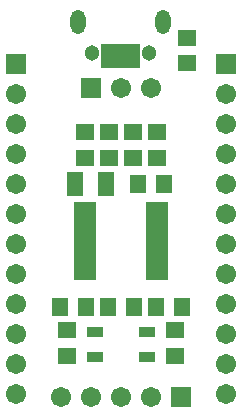
<source format=gts>
G04*
G04 #@! TF.GenerationSoftware,Altium Limited,Altium Designer,22.5.1 (42)*
G04*
G04 Layer_Color=8388736*
%FSLAX44Y44*%
%MOMM*%
G71*
G04*
G04 #@! TF.SameCoordinates,DFEE975E-FB4D-4F5B-BE5F-A39223BB333C*
G04*
G04*
G04 #@! TF.FilePolarity,Negative*
G04*
G01*
G75*
%ADD13R,1.4032X1.6032*%
%ADD14R,1.6032X1.4032*%
%ADD15R,1.4032X2.0032*%
%ADD16R,1.4532X0.8532*%
%ADD17R,1.8782X0.6532*%
%ADD18R,0.6500X2.0500*%
%ADD19C,1.7032*%
%ADD20R,1.7032X1.7032*%
%ADD21C,1.3032*%
%ADD22O,1.3032X2.0532*%
%ADD23R,1.7032X1.7032*%
D13*
X138000Y215900D02*
D03*
X116000D02*
D03*
X49960Y111760D02*
D03*
X71960D02*
D03*
X131240D02*
D03*
X153240D02*
D03*
X112600D02*
D03*
X90600D02*
D03*
D14*
X55880Y70280D02*
D03*
Y92280D02*
D03*
X157480Y339930D02*
D03*
Y317930D02*
D03*
X132080Y259920D02*
D03*
Y237920D02*
D03*
X111760D02*
D03*
Y259920D02*
D03*
X71120Y237920D02*
D03*
Y259920D02*
D03*
X91440Y237920D02*
D03*
Y259920D02*
D03*
X147320Y70280D02*
D03*
Y92280D02*
D03*
D15*
X89200Y215900D02*
D03*
X63200D02*
D03*
D16*
X123350Y69260D02*
D03*
X79850D02*
D03*
X123350Y90760D02*
D03*
X79850D02*
D03*
D17*
X131980Y196890D02*
D03*
Y190390D02*
D03*
Y183890D02*
D03*
Y177390D02*
D03*
Y170890D02*
D03*
Y164390D02*
D03*
Y157890D02*
D03*
Y151390D02*
D03*
Y144890D02*
D03*
Y138390D02*
D03*
X71220D02*
D03*
Y144890D02*
D03*
Y151390D02*
D03*
Y157890D02*
D03*
Y164390D02*
D03*
Y170890D02*
D03*
Y177390D02*
D03*
Y183890D02*
D03*
Y190390D02*
D03*
Y196890D02*
D03*
D18*
X114600Y324560D02*
D03*
X95100D02*
D03*
X101600D02*
D03*
X108100D02*
D03*
X88600D02*
D03*
D19*
X127000Y35560D02*
D03*
X101600D02*
D03*
X76200D02*
D03*
X50800D02*
D03*
X127000Y297180D02*
D03*
X101600D02*
D03*
X190500Y190500D02*
D03*
Y215900D02*
D03*
Y241300D02*
D03*
Y266700D02*
D03*
Y139700D02*
D03*
Y165100D02*
D03*
Y292100D02*
D03*
Y114300D02*
D03*
Y88900D02*
D03*
Y63500D02*
D03*
Y38100D02*
D03*
X12700Y190500D02*
D03*
Y215900D02*
D03*
Y241300D02*
D03*
Y266700D02*
D03*
Y139700D02*
D03*
Y165100D02*
D03*
Y292100D02*
D03*
Y114300D02*
D03*
Y88900D02*
D03*
Y63500D02*
D03*
Y38100D02*
D03*
D20*
X152400Y35560D02*
D03*
X76200Y297180D02*
D03*
D21*
X77350Y326560D02*
D03*
X125850D02*
D03*
D22*
X137600Y353060D02*
D03*
X65600D02*
D03*
D23*
X190500Y317500D02*
D03*
X12700D02*
D03*
M02*

</source>
